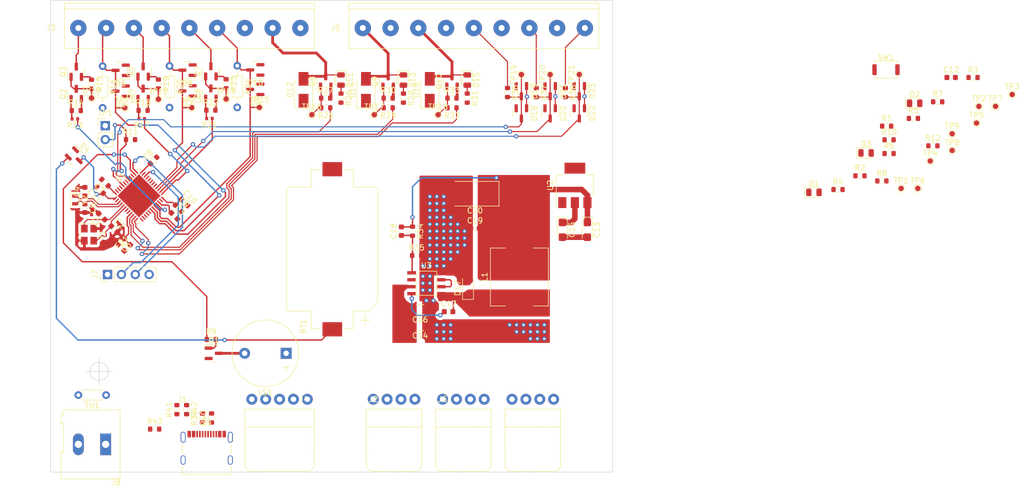
<source format=kicad_pcb>
(kicad_pcb (version 20211014) (generator pcbnew)

  (general
    (thickness 1.6)
  )

  (paper "A4")
  (title_block
    (title "FloatPUMP Basic Boards")
    (date "2022-11-22")
    (rev "1.0")
    (company "www.robtor.de")
  )

  (layers
    (0 "F.Cu" signal)
    (31 "B.Cu" signal)
    (32 "B.Adhes" user "B.Adhesive")
    (33 "F.Adhes" user "F.Adhesive")
    (34 "B.Paste" user)
    (35 "F.Paste" user)
    (36 "B.SilkS" user "B.Silkscreen")
    (37 "F.SilkS" user "F.Silkscreen")
    (38 "B.Mask" user)
    (39 "F.Mask" user)
    (40 "Dwgs.User" user "User.Drawings")
    (41 "Cmts.User" user "User.Comments")
    (42 "Eco1.User" user "User.Eco1")
    (43 "Eco2.User" user "User.Eco2")
    (44 "Edge.Cuts" user)
    (45 "Margin" user)
    (46 "B.CrtYd" user "B.Courtyard")
    (47 "F.CrtYd" user "F.Courtyard")
    (48 "B.Fab" user)
    (49 "F.Fab" user)
    (50 "User.1" user)
    (51 "User.2" user)
    (52 "User.3" user)
    (53 "User.4" user)
    (54 "User.5" user)
    (55 "User.6" user)
    (56 "User.7" user)
    (57 "User.8" user)
    (58 "User.9" user)
  )

  (setup
    (stackup
      (layer "F.SilkS" (type "Top Silk Screen"))
      (layer "F.Paste" (type "Top Solder Paste"))
      (layer "F.Mask" (type "Top Solder Mask") (thickness 0.01))
      (layer "F.Cu" (type "copper") (thickness 0.035))
      (layer "dielectric 1" (type "core") (thickness 1.51) (material "FR4") (epsilon_r 4.5) (loss_tangent 0.02))
      (layer "B.Cu" (type "copper") (thickness 0.035))
      (layer "B.Mask" (type "Bottom Solder Mask") (thickness 0.01))
      (layer "B.Paste" (type "Bottom Solder Paste"))
      (layer "B.SilkS" (type "Bottom Silk Screen"))
      (copper_finish "None")
      (dielectric_constraints no)
    )
    (pad_to_mask_clearance 0)
    (pcbplotparams
      (layerselection 0x00010fc_ffffffff)
      (disableapertmacros false)
      (usegerberextensions false)
      (usegerberattributes true)
      (usegerberadvancedattributes true)
      (creategerberjobfile true)
      (svguseinch false)
      (svgprecision 6)
      (excludeedgelayer true)
      (plotframeref false)
      (viasonmask false)
      (mode 1)
      (useauxorigin false)
      (hpglpennumber 1)
      (hpglpenspeed 20)
      (hpglpendiameter 15.000000)
      (dxfpolygonmode true)
      (dxfimperialunits true)
      (dxfusepcbnewfont true)
      (psnegative false)
      (psa4output false)
      (plotreference true)
      (plotvalue true)
      (plotinvisibletext false)
      (sketchpadsonfab false)
      (subtractmaskfromsilk false)
      (outputformat 1)
      (mirror false)
      (drillshape 1)
      (scaleselection 1)
      (outputdirectory "")
    )
  )

  (net 0 "")
  (net 1 "/cryst1+")
  (net 2 "GND")
  (net 3 "/cryst1-")
  (net 4 "Net-(C3-Pad1)")
  (net 5 "/cryst2+")
  (net 6 "/cryst2-")
  (net 7 "Net-(C6-Pad1)")
  (net 8 "+3V3")
  (net 9 "/VBAT")
  (net 10 "/NRST")
  (net 11 "Net-(D1-Pad1)")
  (net 12 "+3.3V")
  (net 13 "Net-(D2-Pad1)")
  (net 14 "Net-(D3-Pad1)")
  (net 15 "/VB")
  (net 16 "T11")
  (net 17 "T13")
  (net 18 "T15")
  (net 19 "T17")
  (net 20 "Net-(C17-Pad1)")
  (net 21 "+24V")
  (net 22 "T16")
  (net 23 "Net-(C17-Pad2)")
  (net 24 "T20")
  (net 25 "Net-(D11-Pad2)")
  (net 26 "/GPI0")
  (net 27 "/GPI1")
  (net 28 "/GPI2")
  (net 29 "/RRDT")
  (net 30 "/RRCLK")
  (net 31 "/RRSW")
  (net 32 "+5V")
  (net 33 "/I2C1_SDA")
  (net 34 "/I2C1_SCL")
  (net 35 "/USART1_TX")
  (net 36 "/USART1_RX")
  (net 37 "/SWDIO")
  (net 38 "/SWCLK")
  (net 39 "T22")
  (net 40 "Net-(J4-Pad2)")
  (net 41 "Net-(J4-Pad3)")
  (net 42 "Net-(J4-Pad4)")
  (net 43 "unconnected-(J9-PadA8)")
  (net 44 "unconnected-(J9-PadB8)")
  (net 45 "T10")
  (net 46 "T12")
  (net 47 "T14")
  (net 48 "/BOOT0")
  (net 49 "T24")
  (net 50 "T26")
  (net 51 "T28")
  (net 52 "T23")
  (net 53 "Net-(D13-Pad2)")
  (net 54 "Net-(LS1-Pad2)")
  (net 55 "Net-(Q2-Pad1)")
  (net 56 "Net-(Q2-Pad3)")
  (net 57 "Net-(D15-Pad2)")
  (net 58 "Net-(Q8-Pad1)")
  (net 59 "Net-(Q9-Pad1)")
  (net 60 "Net-(Q10-Pad1)")
  (net 61 "/LED0")
  (net 62 "/LED1")
  (net 63 "/LED2")
  (net 64 "/LED5")
  (net 65 "/LED4")
  (net 66 "/LED3")
  (net 67 "/BEEP")
  (net 68 "/MPWR0")
  (net 69 "/MPWR1")
  (net 70 "/MPWR2")
  (net 71 "/OCHAN0")
  (net 72 "/OCHAN1")
  (net 73 "/OCHAN2")
  (net 74 "/usb_conn/U_D-")
  (net 75 "/USB_FS_DM")
  (net 76 "/usb_conn/U_D+")
  (net 77 "/USB_FS_DP")
  (net 78 "/usb_conn/U_VBUS")
  (net 79 "/USB_FS_VBUS")
  (net 80 "/usb_conn/CC")
  (net 81 "Net-(Q1-Pad1)")
  (net 82 "Net-(Q4-Pad1)")
  (net 83 "Net-(Q4-Pad3)")
  (net 84 "Net-(Q6-Pad1)")
  (net 85 "Net-(Q6-Pad3)")
  (net 86 "Net-(C18-Pad1)")
  (net 87 "Net-(TP4-Pad1)")
  (net 88 "Net-(U3-Pad6)")
  (net 89 "Net-(J8-Pad2)")

  (footprint "Package_TO_SOT_SMD:SOT-23" (layer "F.Cu") (at 42.3395 89.49575 90))

  (footprint "Resistor_SMD:R_0603_1608Metric" (layer "F.Cu") (at 48.819451 110.461996 -45))

  (footprint "Resistor_SMD:R_0603_1608Metric" (layer "F.Cu") (at 49.911651 109.395196 -45))

  (footprint "TestPoint:TestPoint_Pad_D1.0mm" (layer "F.Cu") (at 57.531 90.4725))

  (footprint "Resistor_SMD:R_0603_1608Metric" (layer "F.Cu") (at 178.87 100.44))

  (footprint "Package_TO_SOT_SMD:SOT-23" (layer "F.Cu") (at 38.227 85.217 180))

  (footprint "Resistor_SMD:R_0603_1608Metric" (layer "F.Cu") (at 57.531 87.6785 -90))

  (footprint "TestPoint:TestPoint_Pad_D1.0mm" (layer "F.Cu") (at 84.648 93.343))

  (footprint "LED_SMD:LED_0805_2012Metric" (layer "F.Cu") (at 89.982 86.993 -90))

  (footprint "Capacitor_SMD:C_0603_1608Metric" (layer "F.Cu") (at 98.2472 129.3876))

  (footprint "Resistor_THT:R_Axial_DIN0204_L3.6mm_D1.6mm_P5.08mm_Horizontal" (layer "F.Cu") (at 35.56 144.653 180))

  (footprint "TestPoint:TestPoint_Pad_D1.0mm" (layer "F.Cu") (at 111.572 85.979 90))

  (footprint "Resistor_SMD:R_0603_1608Metric" (layer "F.Cu") (at 75.758 92.073 180))

  (footprint "Crystal:Crystal_SMD_2012-2Pin_2.0x1.2mm" (layer "F.Cu") (at 29.896451 108.937996 -90))

  (footprint "Resistor_SMD:R_0603_1608Metric" (layer "F.Cu") (at 173.54 104.52))

  (footprint "Diode_SMD:D_SOD-123F" (layer "F.Cu") (at 101.8032 124.9426 90))

  (footprint "Connector_USB:USB_C_Receptacle_Palconn_UTC16-G" (layer "F.Cu") (at 53.975 154.305))

  (footprint "Resistor_THT:R_Axial_DIN0204_L3.6mm_D1.6mm_P7.62mm_Horizontal" (layer "F.Cu") (at 34.925 84.455 -90))

  (footprint "Resistor_SMD:R_0603_1608Metric" (layer "F.Cu") (at 101.666 90.295 -90))

  (footprint "Resistor_SMD:R_0402_1005Metric" (layer "F.Cu") (at 54.483 94.0285 180))

  (footprint "TestPoint:TestPoint_Pad_D1.0mm" (layer "F.Cu") (at 63.627 91.9965))

  (footprint "custom_parts:CAMBLOCK CTB0509-9" (layer "F.Cu") (at 30.48 77.47))

  (footprint "Package_TO_SOT_SMD:SOT-23" (layer "F.Cu") (at 54.737 85.3925 90))

  (footprint "Resistor_SMD:R_0603_1608Metric" (layer "F.Cu") (at 91.6432 114.6556 -90))

  (footprint "Package_TO_SOT_SMD:SOT-23" (layer "F.Cu") (at 98.872 87.247 90))

  (footprint "Capacitor_SMD:C_0603_1608Metric" (layer "F.Cu") (at 38.278451 116.557996 -135))

  (footprint "Resistor_SMD:R_0603_1608Metric" (layer "F.Cu") (at 48.514 147.32 90))

  (footprint "custom_parts:2542R-04" (layer "F.Cu") (at 97.155 145.415))

  (footprint "Package_TO_SOT_SMD:SOT-23" (layer "F.Cu") (at 62.865 85.1385 180))

  (footprint "TestPoint:TestPoint_Pad_D1.0mm" (layer "F.Cu") (at 122.174 85.979 90))

  (footprint "Resistor_SMD:R_0603_1608Metric" (layer "F.Cu") (at 34.4424 107.1372 135))

  (footprint "TestPoint:TestPoint_Pad_D1.0mm" (layer "F.Cu") (at 45.1335 90.51175))

  (footprint "Resistor_SMD:R_0603_1608Metric" (layer "F.Cu") (at 75.758 90.295))

  (footprint "Resistor_SMD:R_0603_1608Metric" (layer "F.Cu") (at 35.357451 105.762996 135))

  (footprint "Package_TO_SOT_SMD:SOT-23" (layer "F.Cu") (at 116.84 93.091 -90))

  (footprint "custom_parts:MP9486A-SOIC-8" (layer "F.Cu") (at 94.1832 124.1806 -90))

  (footprint "Capacitor_Tantalum_SMD:CP_EIA-7343-31_Kemet-D" (layer "F.Cu") (at 103.0732 107.7976 180))

  (footprint "TestPoint:TestPoint_Pad_D1.0mm" (layer "F.Cu") (at 38.989 92.075))

  (footprint "custom_parts:L_MS1040-330M" (layer "F.Cu") (at 111.2012 123.0376 90))

  (footprint "Resistor_SMD:R_0603_1608Metric" (layer "F.Cu") (at 42.3395 92.54375))

  (footprint "Resistor_SMD:R_0603_1608Metric" (layer "F.Cu") (at 119.634 89.281 -90))

  (footprint "Capacitor_SMD:C_0603_1608Metric" (layer "F.Cu") (at 31.674451 110.461996 -90))

  (footprint "TestPoint:TestPoint_Pad_D1.0mm" (layer "F.Cu") (at 190.42 96.83))

  (footprint "Package_TO_SOT_SMD:SOT-23" (layer "F.Cu") (at 42.3395 85.43175 90))

  (footprint "Resistor_SMD:R_0603_1608Metric" (layer "F.Cu") (at 54.8132 134.4676))

  (footprint "Resistor_SMD:R_0603_1608Metric" (layer "F.Cu") (at 194.24 86.52))

  (footprint "TestPoint:TestPoint_Pad_D1.0mm" (layer "F.Cu") (at 73.218 93.343))

  (footprint "Package_TO_SOT_SMD:SOT-23" (layer "F.Cu") (at 62.865 88.6945 180))

  (footprint "Capacitor_SMD:C_0603_1608Metric" (layer "F.Cu") (at 37.048459 114.271996 -45))

  (footprint "Package_TO_SOT_SMD:SOT-23" (layer "F.Cu") (at 30.099 89.535 90))

  (footprint "Package_TO_SOT_SMD:SOT-223-3_TabPin2" (layer "F.Cu") (at 121.3612 106.2736 90))

  (footprint "Battery:BatteryHolder_Keystone_1060_1x2032" (layer "F.Cu") (at 76.962 117.9576 90))

  (footprint "TestPoint:TestPoint_Pad_D1.0mm" (layer "F.Cu") (at 198.36 91.81))

  (footprint "TestPoint:TestPoint_Pad_D1.0mm" (layer "F.Cu") (at 51.2295 92.03575))

  (footprint "TestPoint:TestPoint_Pad_D1.0mm" (layer "F.Cu") (at 195.31 91.81))

  (footprint "Capacitor_SMD:C_0603_1608Metric" (layer "F.Cu") (at 89.6112 114.6556 90))

  (footprint "LED_SMD:LED_0805_2012Metric" (layer "F.Cu") (at 165.12 107.535))

  (footprint "Package_TO_SOT_SMD:SOT-23" (layer "F.Cu") (at 50.4675 88.98775 180))

  (footprint "Resistor_SMD:R_0603_1608Metric" (layer "F.Cu") (at 30.099 92.583))

  (footprint "Buzzer_Beeper:Buzzer_12x9.5RM7.6" (layer "F.Cu") (at 68.5192 137.0076 180))

  (footprint "LED_SMD:LED_0805_2012Metric" (layer "F.Cu") (at 174.66 100.335))

  (footprint "Resistor_SMD:R_0603_1608Metric" (layer "F.Cu") (at 178.43 95.42))

  (footprint "Capacitor_SMD:C_0603_1608Metric" (layer "F.Cu") (at 34.762459 111.985996 135))

  (footprint "custom_parts:CAMBLOCK CTB0509-9" (layer "F.Cu") (at 82.55 77.47))

  (footprint "Capacitor_SMD:C_0603_1608Metric" (layer "F.Cu")
    (tedit 5F68FEEE) (tstamp 7769a785-d050-480a-83b6-7b89a714e6a6)
    (at 31.674451 107.413996 90)
    (descr "Capacitor SMD 0603 (1608 Metric), square (rectangular) end terminal, IPC_7351 nominal, (Body size source: IPC-SM-782 page 76, https://www.pcb-3d.com/wordpress/wp-content/uploads/ipc-sm-782a_amendment_1_and_2.pdf), generated with kicad-footprint-generator")
    (tags "capacitor")
    (property "JLCPCB" "C376790")
    (property "Sheetfile" "FloatPUMP.kicad_sch")
    (property "Sheetname" "")
    (path "/00000000-0000-0000-0000-0000636dd6bb")
    (attr smd)
    (fp_text reference "C4" (at 0 -1.43 90) (layer "F.SilkS")
      (effects (font (size 1 1) (thickness 0.15)))
      (tstamp 01b8bbc3-7d25-4e26-b40b-9913b355d81b)
    )
    (fp_text value "4.3pF" (at 0 1.43 90) (layer "F.Fab")
      (ef
... [370814 chars truncated]
</source>
